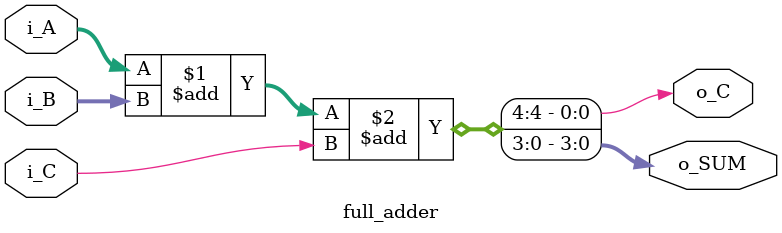
<source format=v>
module array_multiplier
	#(
		parameter SIZE = 4
	) (
		input [SIZE-1:0] i_A, i_B,
		output [(SIZE*2)-1:0] o_R
	);
	
	wire [SIZE*(SIZE-1)-1:0] w_sum;
	wire [(SIZE-1):0] w_and, w_o_C;
	
	
	assign w_and[(SIZE-1):0] = i_A & {SIZE{i_B[0]}};
	
	full_adder 
		#(
			.SIZE(SIZE)
		) fa_first (
			.i_A( w_and[(SIZE-1):0] >> 1 ),
			.i_B( i_A & {SIZE{i_B[1]}} ),
			.i_C(1'b0),
			.o_SUM(w_sum[(SIZE-1):0]),
			.o_C(w_o_C[0])
		);
		
	assign o_R[1:0] = { w_sum[0], w_and[0] };
	
	genvar i;
	generate
		for (i = 2; i < SIZE-1; i=i+1)
		begin : gen
			full_adder 
				#(
					.SIZE(SIZE)
				) fa (
					.i_A( { w_o_C[i-2], {(SIZE-1){1'b0}} } | w_sum[SIZE*(i-1)-1:SIZE*(i-2)] >> 1 ),
					.i_B( i_A & {SIZE{i_B[i]}} ),
					.i_C(1'b0),
					.o_SUM(w_sum[SIZE*i-1:SIZE*(i-1)]),
					.o_C(w_o_C[i-1])
				);
				
			assign o_R[i] = w_sum[SIZE*(i-1)];
		end
	endgenerate
	
	full_adder 
		#(
			.SIZE(SIZE)
		) fa_last (
			.i_A( { w_o_C[SIZE-3], {(SIZE-1){1'b0}} } | w_sum[SIZE*(SIZE-2)-1:SIZE*(SIZE-3)] >> 1 ),
			.i_B( i_A & {SIZE{i_B[SIZE-1]}} ),
			.i_C(1'b0),
			.o_SUM(w_sum[SIZE*(SIZE-1)-1:SIZE*(SIZE-2)]),
			.o_C(w_o_C[SIZE-2])
		);
	
	assign o_R[(SIZE*2)-1:(SIZE*2)-(SIZE+1)] = { w_o_C[SIZE-2], w_sum[SIZE*(SIZE-1)-1:SIZE*(SIZE-2)] };

endmodule


// non-parameterized version
`define MULTIPLIER_SIZE	4
module array_multiplier_n(
		input [`MULTIPLIER_SIZE-1:0] i_A, i_B,
		output [(`MULTIPLIER_SIZE*2)-1:0] o_R
	);
	localparam SIZE = `MULTIPLIER_SIZE;
	
	wire [SIZE-1:0] w_sum1, w_and1;
	wire w_o_C1;
	
	assign w_and1 = i_A & {SIZE{i_B[0]}};
	
	full_adder 
		#(
			.SIZE(SIZE)
		) fa0 (
			.i_A( w_and1 >> 1 ),
			.i_B( i_A & {SIZE{i_B[1]}} ),
			.i_C(0),
			.o_SUM(w_sum1),
			.o_C(w_o_C1)
		);
	
	
	
	wire [SIZE-1:0] w_sum2, w_and2;
	wire w_o_C2;
	
	assign w_and2 = i_A & {SIZE{i_B[2]}};
	
	full_adder 
		#(
			.SIZE(SIZE)
		) fa1 (
			.i_A( w_and2 ),
			.i_B( {w_o_C1, w_sum1 >> 1} ),
			.i_C(0),
			.o_SUM(w_sum2),
			.o_C(w_o_C2)
		);
		
	wire [SIZE-1:0] w_sum3, w_and3;
	wire w_o_C3;
	
	assign w_and3 = i_A & {SIZE{i_B[3]}};
	
	full_adder 
		#(
			.SIZE(SIZE)
		) fa2 (
			.i_A( w_and3 ),
			.i_B( {w_o_C2, w_sum2 >> 1} ),
			.i_C(0),
			.o_SUM(w_sum3),
			.o_C(w_o_C3)
		);

	
	assign o_R = {w_o_C3, w_sum3, w_sum2[0], w_sum1[0], w_and1[0]};
	
endmodule


module full_adder
	#(
		parameter SIZE = 4
	) (
		input [SIZE-1:0] i_A, i_B,
		input i_C,
		output [SIZE-1:0] o_SUM,
		output o_C
	);
	
	assign {o_C, o_SUM} = i_A + i_B + i_C;
	
endmodule

</source>
